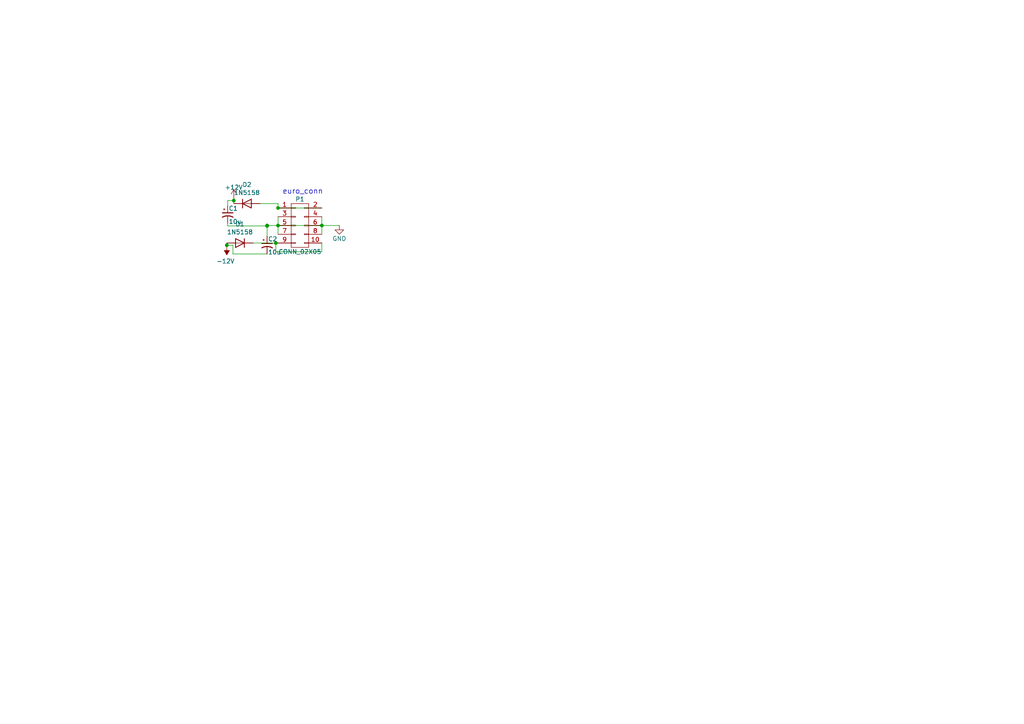
<source format=kicad_sch>
(kicad_sch (version 20211123) (generator eeschema)
  (paper "A4")
  (lib_symbols
    (symbol "Device:D" (pin_numbers hide) (pin_names (offset 1.016) hide)
      (property "Reference" "D" (at 0 2.54 0))
      (property "Value" "D" (at 0 -2.54 0))
      (symbol "D_0_1"
        (polyline (pts (xy -1.27 1.27) (xy -1.27 -1.27)) (stroke (width 0.254)))
        (polyline (pts (xy 1.27 0) (xy -1.27 0)))
        (polyline (pts (xy 1.27 1.27) (xy 1.27 -1.27) (xy -1.27 0) (xy 1.27 1.27)) (stroke (width 0.254)))
      )
      (symbol "D_1_1"
        (pin passive line (at -3.81 0 0) (length 2.54) (name "K") (number "1"))
        (pin passive line (at 3.81 0 180) (length 2.54) (name "A") (number "2"))
      )
    )
    (symbol "power:-12V" (power) (pin_names (offset 0))
      (property "Value" "-12V" (at 0 3.81 0))
      (symbol "-12V_0_0"
        (pin power_in line (at 0 0 90) (length 0) hide (name "-12V") (number "1"))
      )
      (symbol "-12V_0_1"
        (polyline (pts (xy 0 0) (xy 0 1.27) (xy 0.762 1.27) (xy 0 2.54) (xy -0.762 1.27) (xy 0 1.27)) (fill (type outline)))
      )
    )
    (symbol "toad2-rescue:+12V-power-allcolours_analogue-rescue" (power) (pin_names (offset 0))
      (property "Value" "+12V-power-allcolours_analogue-rescue" (at 0 3.556 0))
      (symbol "+12V-power-allcolours_analogue-rescue_0_1"
        (polyline (pts (xy -0.762 1.27) (xy 0 2.54)))
        (polyline (pts (xy 0 0) (xy 0 2.54)))
        (polyline (pts (xy 0 2.54) (xy 0.762 1.27)))
      )
      (symbol "+12V-power-allcolours_analogue-rescue_1_1"
        (pin power_in line (at 0 0 90) (length 0) hide (name "+12V") (number "1"))
      )
    )
    (symbol "toad2-rescue:CONN_02X05-allcolours-rescue-allcolours_analogue-rescue" (pin_names (offset 0.0254) hide)
      (property "Reference" "J" (at 0 7.62 0))
      (property "Value" "CONN_02X05-allcolours-rescue-allcolours_analogue-rescue" (at 0 -7.62 0))
      (symbol "CONN_02X05-allcolours-rescue-allcolours_analogue-rescue_0_1"
        (rectangle (start -2.54 -4.953) (end -1.27 -5.207))
        (rectangle (start -2.54 -2.413) (end -1.27 -2.667))
        (rectangle (start -2.54 0.127) (end -1.27 -0.127))
        (rectangle (start -2.54 2.667) (end -1.27 2.413))
        (rectangle (start -2.54 5.207) (end -1.27 4.953))
        (rectangle (start -2.54 6.35) (end 2.54 -6.35))
        (rectangle (start 1.27 -4.953) (end 2.54 -5.207))
        (rectangle (start 1.27 -2.413) (end 2.54 -2.667))
        (rectangle (start 1.27 0.127) (end 2.54 -0.127))
        (rectangle (start 1.27 2.667) (end 2.54 2.413))
        (rectangle (start 1.27 5.207) (end 2.54 4.953))
      )
      (symbol "CONN_02X05-allcolours-rescue-allcolours_analogue-rescue_1_1"
        (pin passive line (at -6.35 5.08 0) (length 3.81) (name "P1") (number "1"))
        (pin passive line (at 6.35 -5.08 180) (length 3.81) (name "P10") (number "10"))
        (pin passive line (at 6.35 5.08 180) (length 3.81) (name "P2") (number "2"))
        (pin passive line (at -6.35 2.54 0) (length 3.81) (name "P3") (number "3"))
        (pin passive line (at 6.35 2.54 180) (length 3.81) (name "P4") (number "4"))
        (pin passive line (at -6.35 0 0) (length 3.81) (name "P5") (number "5"))
        (pin passive line (at 6.35 0 180) (length 3.81) (name "P6") (number "6"))
        (pin passive line (at -6.35 -2.54 0) (length 3.81) (name "P7") (number "7"))
        (pin passive line (at 6.35 -2.54 180) (length 3.81) (name "P8") (number "8"))
        (pin passive line (at -6.35 -5.08 0) (length 3.81) (name "P9") (number "9"))
      )
    )
    (symbol "toad2-rescue:CP1_Small-device-allcolours_analogue-rescue" (pin_numbers hide) (pin_names (offset 0.254) hide)
      (property "Reference" "C" (at 0.254 1.778 0))
      (property "Value" "CP1_Small-device-allcolours_analogue-rescue" (at 0.254 -2.032 0))
      (symbol "CP1_Small-device-allcolours_analogue-rescue_0_1"
        (polyline (pts (xy -1.524 0.508) (xy 1.524 0.508)) (stroke (width 0.3048)))
        (polyline (pts (xy -1.27 1.524) (xy -0.762 1.524)))
        (polyline (pts (xy -1.016 1.27) (xy -1.016 1.778)))
        (arc (start 1.524 -0.762) (mid 0 -0.3734) (end -1.524 -0.762) (stroke (width 0.3048)))
      )
      (symbol "CP1_Small-device-allcolours_analogue-rescue_1_1"
        (pin passive line (at 0 2.54 270) (length 2.032) (name "~") (number "1"))
        (pin passive line (at 0 -2.54 90) (length 2.032) (name "~") (number "2"))
      )
    )
    (symbol "toad2-rescue:GND-power-allcolours_analogue-rescue" (power) (pin_names (offset 0))
      (property "Value" "GND-power-allcolours_analogue-rescue" (at 0 -3.81 0))
      (symbol "GND-power-allcolours_analogue-rescue_0_1"
        (polyline (pts (xy 0 0) (xy 0 -1.27) (xy 1.27 -1.27) (xy 0 -2.54) (xy -1.27 -1.27) (xy 0 -1.27)))
      )
      (symbol "GND-power-allcolours_analogue-rescue_1_1"
        (pin power_in line (at 0 0 270) (length 0) hide (name "GND") (number "1"))
      )
    )
  )
  (junction (at 77.47 65.405))
  (junction (at 77.47 65.532))
  (junction (at 65.786 71.12))
  (junction (at 80.01 70.485))
  (junction (at 67.818 58.166))
  (junction (at 93.345 65.405))
  (junction (at 80.645 65.405))
  (junction (at 80.645 60.325))
  (wire (pts (xy 66.04 64.77) (xy 66.04 65.532)))
  (wire (pts (xy 93.345 73.025) (xy 80.01 73.025)))
  (wire (pts (xy 66.04 65.532) (xy 77.47 65.532)))
  (wire (pts (xy 67.564 73.66) (xy 67.564 71.12)))
  (wire (pts (xy 77.47 65.405) (xy 77.47 65.532)))
  (wire (pts (xy 80.01 70.485) (xy 80.645 70.485)))
  (wire (pts (xy 93.345 70.485) (xy 93.345 73.025)))
  (wire (pts (xy 77.47 73.66) (xy 67.564 73.66)))
  (wire (pts (xy 67.818 57.531) (xy 67.818 58.166)))
  (wire (pts (xy 80.645 65.405) (xy 93.345 65.405)))
  (wire (pts (xy 93.345 65.405) (xy 93.345 67.945)))
  (wire (pts (xy 80.01 73.025) (xy 80.01 70.485)))
  (wire (pts (xy 80.645 65.405) (xy 77.47 65.405)))
  (wire (pts (xy 67.818 58.166) (xy 67.818 59.055)))
  (wire (pts (xy 66.04 59.69) (xy 66.04 58.166)))
  (wire (pts (xy 93.345 65.405) (xy 98.425 65.405)))
  (wire (pts (xy 80.645 62.865) (xy 80.645 65.405)))
  (wire (pts (xy 75.438 59.055) (xy 80.645 59.055)))
  (wire (pts (xy 80.645 60.325) (xy 93.345 60.325)))
  (wire (pts (xy 65.786 71.12) (xy 65.786 71.374)))
  (wire (pts (xy 80.645 65.405) (xy 80.645 67.945)))
  (wire (pts (xy 65.786 70.485) (xy 65.786 71.12)))
  (wire (pts (xy 73.406 70.485) (xy 80.01 70.485)))
  (wire (pts (xy 77.47 65.532) (xy 77.47 68.58)))
  (wire (pts (xy 67.564 71.12) (xy 65.786 71.12)))
  (wire (pts (xy 80.645 59.055) (xy 80.645 60.325)))
  (wire (pts (xy 93.345 62.865) (xy 93.345 65.405)))
  (wire (pts (xy 66.04 58.166) (xy 67.818 58.166)))
  (text "euro_conn" (at 81.915 56.515 0) (effects (font (size 1.524 1.524)) (justify left bottom)))
  (symbol (lib_id "toad2-rescue:CONN_02X05-allcolours-rescue-allcolours_analogue-rescue") (at 86.995 65.405 0) (unit 1)
    (property "Reference" "P1" (at 86.995 57.785 0))
    (property "Value" "CONN_02X05" (at 86.995 73.025 0))
    (property "Footprint" "Connector_PinHeader_2.54mm:PinHeader_2x05_P2.54mm_Vertical" (effects hide))
  )
  (symbol (lib_id "toad2-rescue:+12V-power-allcolours_analogue-rescue") (at 67.818 57.531 0) (unit 1)
    (property "Reference" "#PWR02" (effects hide))
    (property "Value" "+12V" (at 67.818 54.356 0))
  )
  (symbol (lib_id "toad2-rescue:GND-power-allcolours_analogue-rescue") (at 98.425 65.405 0) (unit 1)
    (property "Reference" "#PWR03" (effects hide))
    (property "Value" "GND" (at 98.425 69.215 0))
  )
  (symbol (lib_id "power:-12V") (at 65.786 71.374 180) (unit 1)
    (property "Reference" "#PWR01" (effects hide))
    (property "Value" "-12V" (at 65.405 75.7682 0))
  )
  (symbol (lib_id "toad2-rescue:CP1_Small-device-allcolours_analogue-rescue") (at 66.04 62.23 0) (unit 1)
    (property "Reference" "C1" (at 66.294 60.452 0) (effects (justify left)))
    (property "Value" "10u" (at 66.294 64.262 0) (effects (justify left)))
    (property "Footprint" "Capacitor_Tantalum_SMD:CP_EIA-3216-18_Kemet-A" (effects hide))
  )
  (symbol (lib_id "toad2-rescue:CP1_Small-device-allcolours_analogue-rescue") (at 77.47 71.12 0) (unit 1)
    (property "Reference" "C2" (at 77.724 69.342 0) (effects (justify left)))
    (property "Value" "10u" (at 77.724 73.152 0) (effects (justify left)))
    (property "Footprint" "Capacitor_Tantalum_SMD:CP_EIA-3216-18_Kemet-A" (effects hide))
  )
  (symbol (lib_id "Device:D") (at 71.628 59.055 0) (unit 1)
    (property "Reference" "D2" (at 71.628 53.5686 0))
    (property "Value" "1N5158" (at 71.628 55.88 0))
    (property "Footprint" "Diode_SMD:D_SOD-123" (effects hide))
  )
  (symbol (lib_id "Device:D") (at 69.596 70.485 180) (unit 1)
    (property "Reference" "D1" (at 69.596 64.9986 0))
    (property "Value" "1N5158" (at 69.596 67.31 0))
    (property "Footprint" "Diode_SMD:D_SOD-123" (effects hide))
  )
)
</source>
